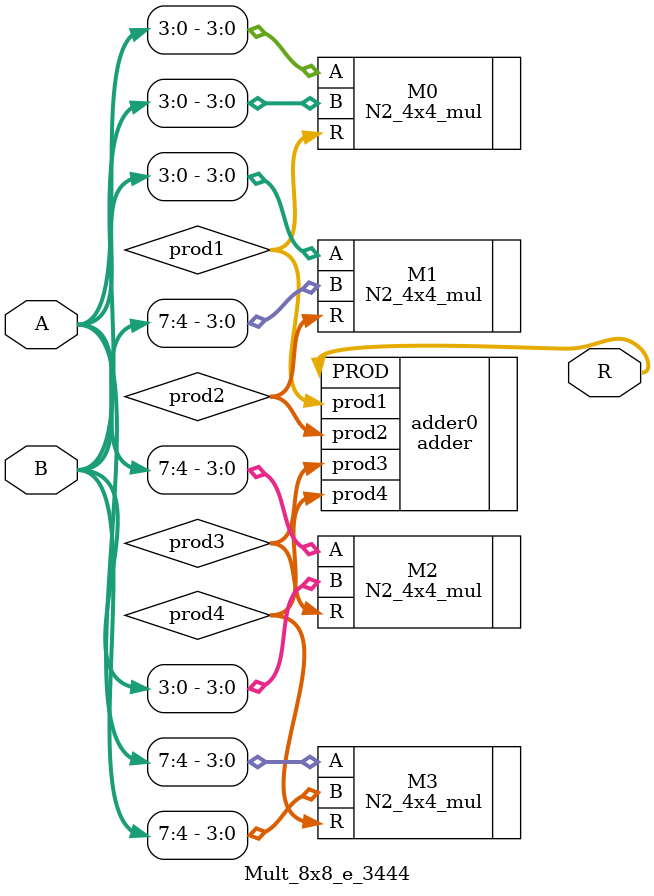
<source format=v>
module Mult_8x8_e_3444(
input [7:0] A,
input [7:0] B,
output [15:0]R
);
wire [7:0]prod1;
wire [7:0]prod2;
wire [7:0]prod3;
wire [7:0]prod4;

N2_4x4_mul M0(.A(A[3:0]),.B(B[3:0]),.R(prod1));
N2_4x4_mul M1(.A(A[3:0]),.B(B[7:4]),.R(prod2));
N2_4x4_mul M2(.A(A[7:4]),.B(B[3:0]),.R(prod3));
N2_4x4_mul M3(.A(A[7:4]),.B(B[7:4]),.R(prod4));
adder adder0(.prod1(prod1),.prod2(prod2),.prod3(prod3),.prod4(prod4),.PROD(R));
endmodule

</source>
